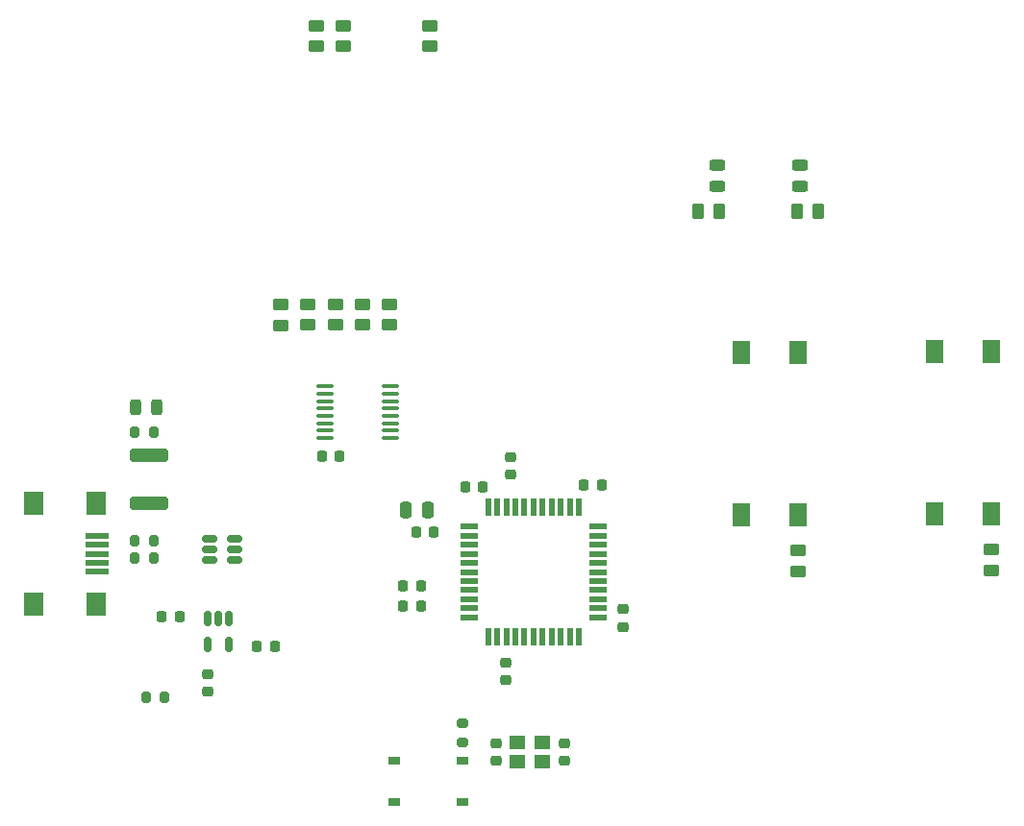
<source format=gbr>
%TF.GenerationSoftware,KiCad,Pcbnew,7.0.1*%
%TF.CreationDate,2023-04-20T13:06:00-06:00*%
%TF.ProjectId,Phase_B_ATMEGA,50686173-655f-4425-9f41-544d4547412e,rev?*%
%TF.SameCoordinates,Original*%
%TF.FileFunction,Paste,Top*%
%TF.FilePolarity,Positive*%
%FSLAX46Y46*%
G04 Gerber Fmt 4.6, Leading zero omitted, Abs format (unit mm)*
G04 Created by KiCad (PCBNEW 7.0.1) date 2023-04-20 13:06:00*
%MOMM*%
%LPD*%
G01*
G04 APERTURE LIST*
G04 Aperture macros list*
%AMRoundRect*
0 Rectangle with rounded corners*
0 $1 Rounding radius*
0 $2 $3 $4 $5 $6 $7 $8 $9 X,Y pos of 4 corners*
0 Add a 4 corners polygon primitive as box body*
4,1,4,$2,$3,$4,$5,$6,$7,$8,$9,$2,$3,0*
0 Add four circle primitives for the rounded corners*
1,1,$1+$1,$2,$3*
1,1,$1+$1,$4,$5*
1,1,$1+$1,$6,$7*
1,1,$1+$1,$8,$9*
0 Add four rect primitives between the rounded corners*
20,1,$1+$1,$2,$3,$4,$5,0*
20,1,$1+$1,$4,$5,$6,$7,0*
20,1,$1+$1,$6,$7,$8,$9,0*
20,1,$1+$1,$8,$9,$2,$3,0*%
G04 Aperture macros list end*
%ADD10RoundRect,0.200000X-0.200000X-0.275000X0.200000X-0.275000X0.200000X0.275000X-0.200000X0.275000X0*%
%ADD11RoundRect,0.250000X-0.262500X-0.450000X0.262500X-0.450000X0.262500X0.450000X-0.262500X0.450000X0*%
%ADD12RoundRect,0.250000X0.262500X0.450000X-0.262500X0.450000X-0.262500X-0.450000X0.262500X-0.450000X0*%
%ADD13RoundRect,0.243750X-0.456250X0.243750X-0.456250X-0.243750X0.456250X-0.243750X0.456250X0.243750X0*%
%ADD14RoundRect,0.200000X0.200000X0.275000X-0.200000X0.275000X-0.200000X-0.275000X0.200000X-0.275000X0*%
%ADD15RoundRect,0.200000X-0.275000X0.200000X-0.275000X-0.200000X0.275000X-0.200000X0.275000X0.200000X0*%
%ADD16R,1.400000X1.200000*%
%ADD17RoundRect,0.225000X0.225000X0.250000X-0.225000X0.250000X-0.225000X-0.250000X0.225000X-0.250000X0*%
%ADD18RoundRect,0.100000X-0.637500X-0.100000X0.637500X-0.100000X0.637500X0.100000X-0.637500X0.100000X0*%
%ADD19R,2.000000X0.500000*%
%ADD20R,1.700000X2.000000*%
%ADD21RoundRect,0.250000X0.450000X-0.262500X0.450000X0.262500X-0.450000X0.262500X-0.450000X-0.262500X0*%
%ADD22RoundRect,0.250000X-0.450000X0.262500X-0.450000X-0.262500X0.450000X-0.262500X0.450000X0.262500X0*%
%ADD23R,1.500000X0.550000*%
%ADD24R,0.550000X1.500000*%
%ADD25RoundRect,0.243750X0.243750X0.456250X-0.243750X0.456250X-0.243750X-0.456250X0.243750X-0.456250X0*%
%ADD26RoundRect,0.150000X-0.512500X-0.150000X0.512500X-0.150000X0.512500X0.150000X-0.512500X0.150000X0*%
%ADD27R,1.000000X0.700000*%
%ADD28R,1.500000X2.000000*%
%ADD29RoundRect,0.225000X-0.250000X0.225000X-0.250000X-0.225000X0.250000X-0.225000X0.250000X0.225000X0*%
%ADD30RoundRect,0.225000X-0.225000X-0.250000X0.225000X-0.250000X0.225000X0.250000X-0.225000X0.250000X0*%
%ADD31RoundRect,0.250000X1.450000X-0.312500X1.450000X0.312500X-1.450000X0.312500X-1.450000X-0.312500X0*%
%ADD32RoundRect,0.225000X0.250000X-0.225000X0.250000X0.225000X-0.250000X0.225000X-0.250000X-0.225000X0*%
%ADD33RoundRect,0.250000X0.250000X0.475000X-0.250000X0.475000X-0.250000X-0.475000X0.250000X-0.475000X0*%
%ADD34RoundRect,0.150000X-0.150000X0.512500X-0.150000X-0.512500X0.150000X-0.512500X0.150000X0.512500X0*%
G04 APERTURE END LIST*
D10*
%TO.C,R14*%
X106054342Y-114993130D03*
X107704342Y-114993130D03*
%TD*%
D11*
%TO.C,R3*%
X155689631Y-84396966D03*
X157514631Y-84396966D03*
%TD*%
D12*
%TO.C,R4*%
X166242632Y-84375411D03*
X164417632Y-84375411D03*
%TD*%
D13*
%TO.C,D2*%
X164606743Y-80310503D03*
X164606743Y-82185503D03*
%TD*%
%TO.C,D1*%
X157331776Y-80312294D03*
X157331776Y-82187294D03*
%TD*%
D14*
%TO.C,R17*%
X108700802Y-127250000D03*
X107050802Y-127250000D03*
%TD*%
D15*
%TO.C,R13*%
X134950802Y-129576170D03*
X134950802Y-131226170D03*
%TD*%
D16*
%TO.C,Y1*%
X139759998Y-132943900D03*
X141959998Y-132943900D03*
X141959998Y-131243900D03*
X139759998Y-131243900D03*
%TD*%
D17*
%TO.C,C13*%
X110009903Y-120147281D03*
X108459903Y-120147281D03*
%TD*%
D18*
%TO.C,U2*%
X122850216Y-99850000D03*
X122850216Y-100500000D03*
X122850216Y-101150000D03*
X122850216Y-101800000D03*
X122850216Y-102450000D03*
X122850216Y-103100000D03*
X122850216Y-103750000D03*
X122850216Y-104400000D03*
X128575216Y-104400000D03*
X128575216Y-103750000D03*
X128575216Y-103100000D03*
X128575216Y-102450000D03*
X128575216Y-101800000D03*
X128575216Y-101150000D03*
X128575216Y-100500000D03*
X128575216Y-99850000D03*
%TD*%
D19*
%TO.C,J2*%
X102743708Y-112996239D03*
X102743708Y-113796239D03*
X102743708Y-114596239D03*
X102743708Y-115396239D03*
X102743708Y-116196239D03*
D20*
X102643708Y-110146239D03*
X97193708Y-110146239D03*
X102643708Y-119046239D03*
X97193708Y-119046239D03*
%TD*%
D17*
%TO.C,C1*%
X124112622Y-106000000D03*
X122562622Y-106000000D03*
%TD*%
D21*
%TO.C,R11*%
X128524442Y-94438953D03*
X128524442Y-92613953D03*
%TD*%
D22*
%TO.C,R5*%
X122026593Y-68037009D03*
X122026593Y-69862009D03*
%TD*%
D21*
%TO.C,R8*%
X121318532Y-94429663D03*
X121318532Y-92604663D03*
%TD*%
D22*
%TO.C,R1*%
X164462559Y-114325742D03*
X164462559Y-116150742D03*
%TD*%
D23*
%TO.C,U3*%
X135474169Y-112205911D03*
X135474169Y-113005911D03*
X135474169Y-113805911D03*
X135474169Y-114605911D03*
X135474169Y-115405911D03*
X135474169Y-116205911D03*
X135474169Y-117005911D03*
X135474169Y-117805911D03*
X135474169Y-118605911D03*
X135474169Y-119405911D03*
X135474169Y-120205911D03*
D24*
X137174169Y-121905911D03*
X137974169Y-121905911D03*
X138774169Y-121905911D03*
X139574169Y-121905911D03*
X140374169Y-121905911D03*
X141174169Y-121905911D03*
X141974169Y-121905911D03*
X142774169Y-121905911D03*
X143574169Y-121905911D03*
X144374169Y-121905911D03*
X145174169Y-121905911D03*
D23*
X146874169Y-120205911D03*
X146874169Y-119405911D03*
X146874169Y-118605911D03*
X146874169Y-117805911D03*
X146874169Y-117005911D03*
X146874169Y-116205911D03*
X146874169Y-115405911D03*
X146874169Y-114605911D03*
X146874169Y-113805911D03*
X146874169Y-113005911D03*
X146874169Y-112205911D03*
D24*
X145174169Y-110505911D03*
X144374169Y-110505911D03*
X143574169Y-110505911D03*
X142774169Y-110505911D03*
X141974169Y-110505911D03*
X141174169Y-110505911D03*
X140374169Y-110505911D03*
X139574169Y-110505911D03*
X138774169Y-110505911D03*
X137974169Y-110505911D03*
X137174169Y-110505911D03*
%TD*%
D25*
%TO.C,D3*%
X108018646Y-101663149D03*
X106143646Y-101663149D03*
%TD*%
D26*
%TO.C,U4*%
X112619758Y-113256869D03*
X112619758Y-114206869D03*
X112619758Y-115156869D03*
X114894758Y-115156869D03*
X114894758Y-114206869D03*
X114894758Y-113256869D03*
%TD*%
D27*
%TO.C,S3*%
X134940042Y-136513920D03*
X128940042Y-136513920D03*
X134940042Y-132813920D03*
X128940042Y-132813920D03*
%TD*%
D28*
%TO.C,S1*%
X164472220Y-96842033D03*
X164472220Y-111142033D03*
X159472220Y-96842033D03*
X159472220Y-111142033D03*
%TD*%
D29*
%TO.C,C15*%
X112450802Y-125225000D03*
X112450802Y-126775000D03*
%TD*%
D17*
%TO.C,C4*%
X136725293Y-108693995D03*
X135175293Y-108693995D03*
%TD*%
D21*
%TO.C,R12*%
X123719383Y-94438953D03*
X123719383Y-92613953D03*
%TD*%
D17*
%TO.C,C5*%
X131257121Y-119175537D03*
X129707121Y-119175537D03*
%TD*%
D22*
%TO.C,R10*%
X124416263Y-68040000D03*
X124416263Y-69865000D03*
%TD*%
D21*
%TO.C,R9*%
X118919572Y-94447718D03*
X118919572Y-92622718D03*
%TD*%
D30*
%TO.C,C14*%
X116819986Y-122790992D03*
X118369986Y-122790992D03*
%TD*%
%TO.C,C6*%
X145617996Y-108500000D03*
X147167996Y-108500000D03*
%TD*%
D22*
%TO.C,R2*%
X181462559Y-114234466D03*
X181462559Y-116059466D03*
%TD*%
D29*
%TO.C,C10*%
X138730510Y-124178286D03*
X138730510Y-125728286D03*
%TD*%
D31*
%TO.C,F1*%
X107354126Y-110157577D03*
X107354126Y-105882577D03*
%TD*%
D28*
%TO.C,S2*%
X181476995Y-96745035D03*
X181476995Y-111045035D03*
X176476995Y-96745035D03*
X176476995Y-111045035D03*
%TD*%
D32*
%TO.C,C12*%
X139153772Y-107605815D03*
X139153772Y-106055815D03*
%TD*%
D17*
%TO.C,C9*%
X131257121Y-117423701D03*
X129707121Y-117423701D03*
%TD*%
D29*
%TO.C,C2*%
X137843533Y-131310397D03*
X137843533Y-132860397D03*
%TD*%
D33*
%TO.C,C8*%
X131842015Y-110782174D03*
X129942015Y-110782174D03*
%TD*%
D34*
%TO.C,U5*%
X114361106Y-120321219D03*
X113411106Y-120321219D03*
X112461106Y-120321219D03*
X112461106Y-122596219D03*
X114361106Y-122596219D03*
%TD*%
D17*
%TO.C,C11*%
X132396282Y-112691213D03*
X130846282Y-112691213D03*
%TD*%
D22*
%TO.C,R6*%
X132059714Y-68039633D03*
X132059714Y-69864633D03*
%TD*%
D21*
%TO.C,R7*%
X126125010Y-94442050D03*
X126125010Y-92617050D03*
%TD*%
D14*
%TO.C,R16*%
X107704391Y-103845702D03*
X106054391Y-103845702D03*
%TD*%
D10*
%TO.C,R15*%
X106056955Y-113425875D03*
X107706955Y-113425875D03*
%TD*%
D29*
%TO.C,C3*%
X143891193Y-131303540D03*
X143891193Y-132853540D03*
%TD*%
%TO.C,C7*%
X149094986Y-119503223D03*
X149094986Y-121053223D03*
%TD*%
M02*

</source>
